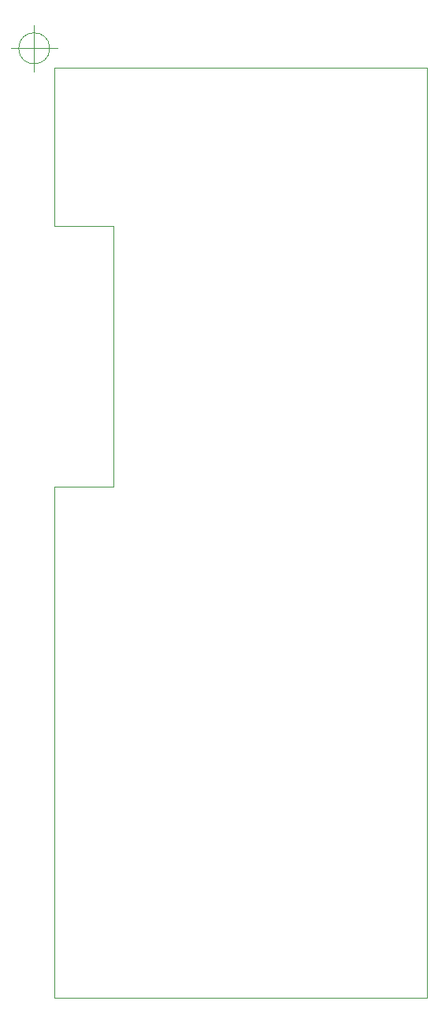
<source format=gbr>
%TF.GenerationSoftware,KiCad,Pcbnew,6.0.5-a6ca702e91~116~ubuntu20.04.1*%
%TF.CreationDate,2022-06-04T21:36:06-05:00*%
%TF.ProjectId,gpsOled,6770734f-6c65-4642-9e6b-696361645f70,rev?*%
%TF.SameCoordinates,Original*%
%TF.FileFunction,Profile,NP*%
%FSLAX46Y46*%
G04 Gerber Fmt 4.6, Leading zero omitted, Abs format (unit mm)*
G04 Created by KiCad (PCBNEW 6.0.5-a6ca702e91~116~ubuntu20.04.1) date 2022-06-04 21:36:06*
%MOMM*%
%LPD*%
G01*
G04 APERTURE LIST*
%TA.AperFunction,Profile*%
%ADD10C,0.100000*%
%TD*%
G04 APERTURE END LIST*
D10*
X166000000Y-59000000D02*
X166000000Y-159000000D01*
X132290000Y-104000000D02*
X132290000Y-76000000D01*
X126000000Y-104000000D02*
X132290000Y-104000000D01*
X126000000Y-59000000D02*
X166000000Y-59000000D01*
X126000000Y-76000000D02*
X126000000Y-59000000D01*
X166000000Y-159000000D02*
X126000000Y-159000000D01*
X132290000Y-76000000D02*
X126000000Y-76000000D01*
X126000000Y-159000000D02*
X126000000Y-104000000D01*
X125456666Y-56880000D02*
G75*
G03*
X125456666Y-56880000I-1666666J0D01*
G01*
X121290000Y-56880000D02*
X126290000Y-56880000D01*
X123790000Y-54380000D02*
X123790000Y-59380000D01*
M02*

</source>
